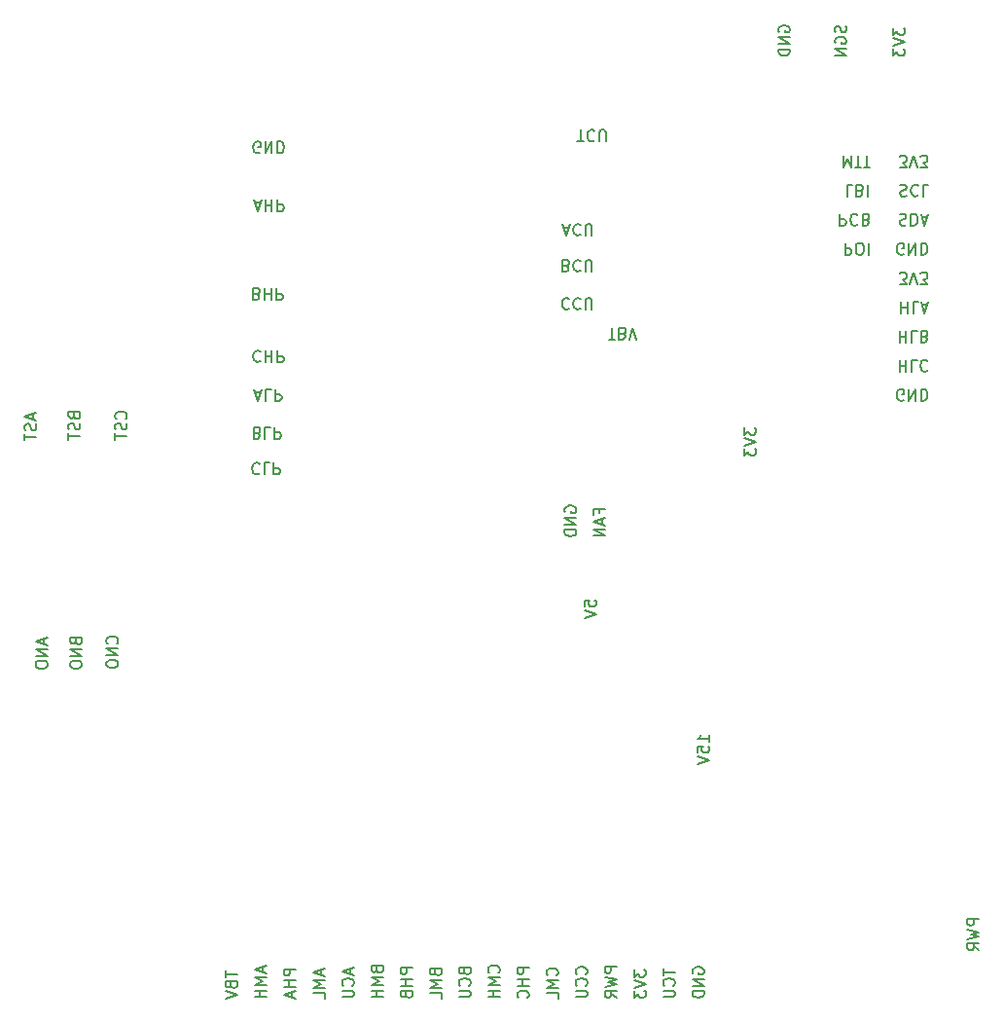
<source format=gbr>
G04 #@! TF.GenerationSoftware,KiCad,Pcbnew,(5.1.5)-3*
G04 #@! TF.CreationDate,2021-09-15T23:35:39+03:00*
G04 #@! TF.ProjectId,PowerPCB,506f7765-7250-4434-922e-6b696361645f,3 Under Design*
G04 #@! TF.SameCoordinates,PX6dac2c0PY8583b00*
G04 #@! TF.FileFunction,Legend,Bot*
G04 #@! TF.FilePolarity,Positive*
%FSLAX46Y46*%
G04 Gerber Fmt 4.6, Leading zero omitted, Abs format (unit mm)*
G04 Created by KiCad (PCBNEW (5.1.5)-3) date 2021-09-15 23:35:39*
%MOMM*%
%LPD*%
G04 APERTURE LIST*
%ADD10C,0.150000*%
G04 APERTURE END LIST*
D10*
X205579285Y59253500D02*
X205484047Y59205881D01*
X205341190Y59205881D01*
X205198333Y59253500D01*
X205103095Y59348739D01*
X205055476Y59443977D01*
X205007857Y59634453D01*
X205007857Y59777310D01*
X205055476Y59967786D01*
X205103095Y60063024D01*
X205198333Y60158262D01*
X205341190Y60205881D01*
X205436428Y60205881D01*
X205579285Y60158262D01*
X205626904Y60110643D01*
X205626904Y59777310D01*
X205436428Y59777310D01*
X206055476Y60205881D02*
X206055476Y59205881D01*
X206626904Y60205881D01*
X206626904Y59205881D01*
X207103095Y60205881D02*
X207103095Y59205881D01*
X207341190Y59205881D01*
X207484047Y59253500D01*
X207579285Y59348739D01*
X207626904Y59443977D01*
X207674523Y59634453D01*
X207674523Y59777310D01*
X207626904Y59967786D01*
X207579285Y60063024D01*
X207484047Y60158262D01*
X207341190Y60205881D01*
X207103095Y60205881D01*
X201150071Y77985881D02*
X200673880Y77985881D01*
X200673880Y76985881D01*
X201816738Y77462072D02*
X201959595Y77509691D01*
X202007214Y77557310D01*
X202054833Y77652548D01*
X202054833Y77795405D01*
X202007214Y77890643D01*
X201959595Y77938262D01*
X201864357Y77985881D01*
X201483404Y77985881D01*
X201483404Y76985881D01*
X201816738Y76985881D01*
X201911976Y77033500D01*
X201959595Y77081120D01*
X202007214Y77176358D01*
X202007214Y77271596D01*
X201959595Y77366834D01*
X201911976Y77414453D01*
X201816738Y77462072D01*
X201483404Y77462072D01*
X202483404Y77985881D02*
X202483404Y76985881D01*
X200023095Y75445881D02*
X200023095Y74445881D01*
X200404047Y74445881D01*
X200499285Y74493500D01*
X200546904Y74541120D01*
X200594523Y74636358D01*
X200594523Y74779215D01*
X200546904Y74874453D01*
X200499285Y74922072D01*
X200404047Y74969691D01*
X200023095Y74969691D01*
X201594523Y75350643D02*
X201546904Y75398262D01*
X201404047Y75445881D01*
X201308809Y75445881D01*
X201165952Y75398262D01*
X201070714Y75303024D01*
X201023095Y75207786D01*
X200975476Y75017310D01*
X200975476Y74874453D01*
X201023095Y74683977D01*
X201070714Y74588739D01*
X201165952Y74493500D01*
X201308809Y74445881D01*
X201404047Y74445881D01*
X201546904Y74493500D01*
X201594523Y74541120D01*
X202356428Y74922072D02*
X202499285Y74969691D01*
X202546904Y75017310D01*
X202594523Y75112548D01*
X202594523Y75255405D01*
X202546904Y75350643D01*
X202499285Y75398262D01*
X202404047Y75445881D01*
X202023095Y75445881D01*
X202023095Y74445881D01*
X202356428Y74445881D01*
X202451666Y74493500D01*
X202499285Y74541120D01*
X202546904Y74636358D01*
X202546904Y74731596D01*
X202499285Y74826834D01*
X202451666Y74874453D01*
X202356428Y74922072D01*
X202023095Y74922072D01*
X205245952Y62745881D02*
X205245952Y61745881D01*
X205245952Y62222072D02*
X205817380Y62222072D01*
X205817380Y62745881D02*
X205817380Y61745881D01*
X206769761Y62745881D02*
X206293571Y62745881D01*
X206293571Y61745881D01*
X207674523Y62650643D02*
X207626904Y62698262D01*
X207484047Y62745881D01*
X207388809Y62745881D01*
X207245952Y62698262D01*
X207150714Y62603024D01*
X207103095Y62507786D01*
X207055476Y62317310D01*
X207055476Y62174453D01*
X207103095Y61983977D01*
X207150714Y61888739D01*
X207245952Y61793500D01*
X207388809Y61745881D01*
X207484047Y61745881D01*
X207626904Y61793500D01*
X207674523Y61841120D01*
X200499285Y72905881D02*
X200499285Y71905881D01*
X200880238Y71905881D01*
X200975476Y71953500D01*
X201023095Y72001120D01*
X201070714Y72096358D01*
X201070714Y72239215D01*
X201023095Y72334453D01*
X200975476Y72382072D01*
X200880238Y72429691D01*
X200499285Y72429691D01*
X201689761Y71905881D02*
X201880238Y71905881D01*
X201975476Y71953500D01*
X202070714Y72048739D01*
X202118333Y72239215D01*
X202118333Y72572548D01*
X202070714Y72763024D01*
X201975476Y72858262D01*
X201880238Y72905881D01*
X201689761Y72905881D01*
X201594523Y72858262D01*
X201499285Y72763024D01*
X201451666Y72572548D01*
X201451666Y72239215D01*
X201499285Y72048739D01*
X201594523Y71953500D01*
X201689761Y71905881D01*
X202546904Y72905881D02*
X202546904Y71905881D01*
X205245952Y65285881D02*
X205245952Y64285881D01*
X205245952Y64762072D02*
X205817380Y64762072D01*
X205817380Y65285881D02*
X205817380Y64285881D01*
X206769761Y65285881D02*
X206293571Y65285881D01*
X206293571Y64285881D01*
X207436428Y64762072D02*
X207579285Y64809691D01*
X207626904Y64857310D01*
X207674523Y64952548D01*
X207674523Y65095405D01*
X207626904Y65190643D01*
X207579285Y65238262D01*
X207484047Y65285881D01*
X207103095Y65285881D01*
X207103095Y64285881D01*
X207436428Y64285881D01*
X207531666Y64333500D01*
X207579285Y64381120D01*
X207626904Y64476358D01*
X207626904Y64571596D01*
X207579285Y64666834D01*
X207531666Y64714453D01*
X207436428Y64762072D01*
X207103095Y64762072D01*
X205245952Y69365881D02*
X205865000Y69365881D01*
X205531666Y69746834D01*
X205674523Y69746834D01*
X205769761Y69794453D01*
X205817380Y69842072D01*
X205865000Y69937310D01*
X205865000Y70175405D01*
X205817380Y70270643D01*
X205769761Y70318262D01*
X205674523Y70365881D01*
X205388809Y70365881D01*
X205293571Y70318262D01*
X205245952Y70270643D01*
X206150714Y69365881D02*
X206484047Y70365881D01*
X206817380Y69365881D01*
X207055476Y69365881D02*
X207674523Y69365881D01*
X207341190Y69746834D01*
X207484047Y69746834D01*
X207579285Y69794453D01*
X207626904Y69842072D01*
X207674523Y69937310D01*
X207674523Y70175405D01*
X207626904Y70270643D01*
X207579285Y70318262D01*
X207484047Y70365881D01*
X207198333Y70365881D01*
X207103095Y70318262D01*
X207055476Y70270643D01*
X205579285Y71953500D02*
X205484047Y71905881D01*
X205341190Y71905881D01*
X205198333Y71953500D01*
X205103095Y72048739D01*
X205055476Y72143977D01*
X205007857Y72334453D01*
X205007857Y72477310D01*
X205055476Y72667786D01*
X205103095Y72763024D01*
X205198333Y72858262D01*
X205341190Y72905881D01*
X205436428Y72905881D01*
X205579285Y72858262D01*
X205626904Y72810643D01*
X205626904Y72477310D01*
X205436428Y72477310D01*
X206055476Y72905881D02*
X206055476Y71905881D01*
X206626904Y72905881D01*
X206626904Y71905881D01*
X207103095Y72905881D02*
X207103095Y71905881D01*
X207341190Y71905881D01*
X207484047Y71953500D01*
X207579285Y72048739D01*
X207626904Y72143977D01*
X207674523Y72334453D01*
X207674523Y72477310D01*
X207626904Y72667786D01*
X207579285Y72763024D01*
X207484047Y72858262D01*
X207341190Y72905881D01*
X207103095Y72905881D01*
X205245952Y75398262D02*
X205388809Y75445881D01*
X205626904Y75445881D01*
X205722142Y75398262D01*
X205769761Y75350643D01*
X205817380Y75255405D01*
X205817380Y75160167D01*
X205769761Y75064929D01*
X205722142Y75017310D01*
X205626904Y74969691D01*
X205436428Y74922072D01*
X205341190Y74874453D01*
X205293571Y74826834D01*
X205245952Y74731596D01*
X205245952Y74636358D01*
X205293571Y74541120D01*
X205341190Y74493500D01*
X205436428Y74445881D01*
X205674523Y74445881D01*
X205817380Y74493500D01*
X206245952Y75445881D02*
X206245952Y74445881D01*
X206484047Y74445881D01*
X206626904Y74493500D01*
X206722142Y74588739D01*
X206769761Y74683977D01*
X206817380Y74874453D01*
X206817380Y75017310D01*
X206769761Y75207786D01*
X206722142Y75303024D01*
X206626904Y75398262D01*
X206484047Y75445881D01*
X206245952Y75445881D01*
X207198333Y75160167D02*
X207674523Y75160167D01*
X207103095Y75445881D02*
X207436428Y74445881D01*
X207769761Y75445881D01*
X205245952Y79525881D02*
X205865000Y79525881D01*
X205531666Y79906834D01*
X205674523Y79906834D01*
X205769761Y79954453D01*
X205817380Y80002072D01*
X205865000Y80097310D01*
X205865000Y80335405D01*
X205817380Y80430643D01*
X205769761Y80478262D01*
X205674523Y80525881D01*
X205388809Y80525881D01*
X205293571Y80478262D01*
X205245952Y80430643D01*
X206150714Y79525881D02*
X206484047Y80525881D01*
X206817380Y79525881D01*
X207055476Y79525881D02*
X207674523Y79525881D01*
X207341190Y79906834D01*
X207484047Y79906834D01*
X207579285Y79954453D01*
X207626904Y80002072D01*
X207674523Y80097310D01*
X207674523Y80335405D01*
X207626904Y80430643D01*
X207579285Y80478262D01*
X207484047Y80525881D01*
X207198333Y80525881D01*
X207103095Y80478262D01*
X207055476Y80430643D01*
X200356428Y80525881D02*
X200356428Y79525881D01*
X200689761Y80240167D01*
X201023095Y79525881D01*
X201023095Y80525881D01*
X201356428Y79525881D02*
X201927857Y79525881D01*
X201642142Y80525881D02*
X201642142Y79525881D01*
X202118333Y79525881D02*
X202689761Y79525881D01*
X202404047Y80525881D02*
X202404047Y79525881D01*
X149572285Y80780000D02*
X149477047Y80732381D01*
X149334190Y80732381D01*
X149191333Y80780000D01*
X149096095Y80875239D01*
X149048476Y80970477D01*
X149000857Y81160953D01*
X149000857Y81303810D01*
X149048476Y81494286D01*
X149096095Y81589524D01*
X149191333Y81684762D01*
X149334190Y81732381D01*
X149429428Y81732381D01*
X149572285Y81684762D01*
X149619904Y81637143D01*
X149619904Y81303810D01*
X149429428Y81303810D01*
X150048476Y81732381D02*
X150048476Y80732381D01*
X150619904Y81732381D01*
X150619904Y80732381D01*
X151096095Y81732381D02*
X151096095Y80732381D01*
X151334190Y80732381D01*
X151477047Y80780000D01*
X151572285Y80875239D01*
X151619904Y80970477D01*
X151667523Y81160953D01*
X151667523Y81303810D01*
X151619904Y81494286D01*
X151572285Y81589524D01*
X151477047Y81684762D01*
X151334190Y81732381D01*
X151096095Y81732381D01*
X149143714Y76430167D02*
X149619904Y76430167D01*
X149048476Y76715881D02*
X149381809Y75715881D01*
X149715142Y76715881D01*
X150048476Y76715881D02*
X150048476Y75715881D01*
X150048476Y76192072D02*
X150619904Y76192072D01*
X150619904Y76715881D02*
X150619904Y75715881D01*
X151096095Y76715881D02*
X151096095Y75715881D01*
X151477047Y75715881D01*
X151572285Y75763500D01*
X151619904Y75811120D01*
X151667523Y75906358D01*
X151667523Y76049215D01*
X151619904Y76144453D01*
X151572285Y76192072D01*
X151477047Y76239691D01*
X151096095Y76239691D01*
X205388809Y67825881D02*
X205388809Y66825881D01*
X205388809Y67302072D02*
X205960238Y67302072D01*
X205960238Y67825881D02*
X205960238Y66825881D01*
X206912619Y67825881D02*
X206436428Y67825881D01*
X206436428Y66825881D01*
X207198333Y67540167D02*
X207674523Y67540167D01*
X207103095Y67825881D02*
X207436428Y66825881D01*
X207769761Y67825881D01*
X149318309Y68445072D02*
X149461166Y68492691D01*
X149508785Y68540310D01*
X149556404Y68635548D01*
X149556404Y68778405D01*
X149508785Y68873643D01*
X149461166Y68921262D01*
X149365928Y68968881D01*
X148984976Y68968881D01*
X148984976Y67968881D01*
X149318309Y67968881D01*
X149413547Y68016500D01*
X149461166Y68064120D01*
X149508785Y68159358D01*
X149508785Y68254596D01*
X149461166Y68349834D01*
X149413547Y68397453D01*
X149318309Y68445072D01*
X148984976Y68445072D01*
X149984976Y68968881D02*
X149984976Y67968881D01*
X149984976Y68445072D02*
X150556404Y68445072D01*
X150556404Y68968881D02*
X150556404Y67968881D01*
X151032595Y68968881D02*
X151032595Y67968881D01*
X151413547Y67968881D01*
X151508785Y68016500D01*
X151556404Y68064120D01*
X151604023Y68159358D01*
X151604023Y68302215D01*
X151556404Y68397453D01*
X151508785Y68445072D01*
X151413547Y68492691D01*
X151032595Y68492691D01*
X149619904Y63476143D02*
X149572285Y63523762D01*
X149429428Y63571381D01*
X149334190Y63571381D01*
X149191333Y63523762D01*
X149096095Y63428524D01*
X149048476Y63333286D01*
X149000857Y63142810D01*
X149000857Y62999953D01*
X149048476Y62809477D01*
X149096095Y62714239D01*
X149191333Y62619000D01*
X149334190Y62571381D01*
X149429428Y62571381D01*
X149572285Y62619000D01*
X149619904Y62666620D01*
X150048476Y63571381D02*
X150048476Y62571381D01*
X150048476Y63047572D02*
X150619904Y63047572D01*
X150619904Y63571381D02*
X150619904Y62571381D01*
X151096095Y63571381D02*
X151096095Y62571381D01*
X151477047Y62571381D01*
X151572285Y62619000D01*
X151619904Y62666620D01*
X151667523Y62761858D01*
X151667523Y62904715D01*
X151619904Y62999953D01*
X151572285Y63047572D01*
X151477047Y63095191D01*
X151096095Y63095191D01*
X149191309Y59920167D02*
X149667500Y59920167D01*
X149096071Y60205881D02*
X149429404Y59205881D01*
X149762738Y60205881D01*
X150572261Y60205881D02*
X150096071Y60205881D01*
X150096071Y59205881D01*
X150905595Y60205881D02*
X150905595Y59205881D01*
X151286547Y59205881D01*
X151381785Y59253500D01*
X151429404Y59301120D01*
X151477023Y59396358D01*
X151477023Y59539215D01*
X151429404Y59634453D01*
X151381785Y59682072D01*
X151286547Y59729691D01*
X150905595Y59729691D01*
X149365904Y56380072D02*
X149508761Y56427691D01*
X149556380Y56475310D01*
X149604000Y56570548D01*
X149604000Y56713405D01*
X149556380Y56808643D01*
X149508761Y56856262D01*
X149413523Y56903881D01*
X149032571Y56903881D01*
X149032571Y55903881D01*
X149365904Y55903881D01*
X149461142Y55951500D01*
X149508761Y55999120D01*
X149556380Y56094358D01*
X149556380Y56189596D01*
X149508761Y56284834D01*
X149461142Y56332453D01*
X149365904Y56380072D01*
X149032571Y56380072D01*
X150508761Y56903881D02*
X150032571Y56903881D01*
X150032571Y55903881D01*
X150842095Y56903881D02*
X150842095Y55903881D01*
X151223047Y55903881D01*
X151318285Y55951500D01*
X151365904Y55999120D01*
X151413523Y56094358D01*
X151413523Y56237215D01*
X151365904Y56332453D01*
X151318285Y56380072D01*
X151223047Y56427691D01*
X150842095Y56427691D01*
X205293571Y77938262D02*
X205436428Y77985881D01*
X205674523Y77985881D01*
X205769761Y77938262D01*
X205817380Y77890643D01*
X205865000Y77795405D01*
X205865000Y77700167D01*
X205817380Y77604929D01*
X205769761Y77557310D01*
X205674523Y77509691D01*
X205484047Y77462072D01*
X205388809Y77414453D01*
X205341190Y77366834D01*
X205293571Y77271596D01*
X205293571Y77176358D01*
X205341190Y77081120D01*
X205388809Y77033500D01*
X205484047Y76985881D01*
X205722142Y76985881D01*
X205865000Y77033500D01*
X206865000Y77890643D02*
X206817380Y77938262D01*
X206674523Y77985881D01*
X206579285Y77985881D01*
X206436428Y77938262D01*
X206341190Y77843024D01*
X206293571Y77747786D01*
X206245952Y77557310D01*
X206245952Y77414453D01*
X206293571Y77223977D01*
X206341190Y77128739D01*
X206436428Y77033500D01*
X206579285Y76985881D01*
X206674523Y76985881D01*
X206817380Y77033500D01*
X206865000Y77081120D01*
X207769761Y77985881D02*
X207293571Y77985881D01*
X207293571Y76985881D01*
X157456166Y9796786D02*
X157456166Y9320596D01*
X157741880Y9892024D02*
X156741880Y9558691D01*
X157741880Y9225358D01*
X157646642Y8320596D02*
X157694261Y8368215D01*
X157741880Y8511072D01*
X157741880Y8606310D01*
X157694261Y8749167D01*
X157599023Y8844405D01*
X157503785Y8892024D01*
X157313309Y8939643D01*
X157170452Y8939643D01*
X156979976Y8892024D01*
X156884738Y8844405D01*
X156789500Y8749167D01*
X156741880Y8606310D01*
X156741880Y8511072D01*
X156789500Y8368215D01*
X156837119Y8320596D01*
X156741880Y7892024D02*
X157551404Y7892024D01*
X157646642Y7844405D01*
X157694261Y7796786D01*
X157741880Y7701548D01*
X157741880Y7511072D01*
X157694261Y7415834D01*
X157646642Y7368215D01*
X157551404Y7320596D01*
X156741880Y7320596D01*
X184681880Y9796786D02*
X184681880Y9225358D01*
X185681880Y9511072D02*
X184681880Y9511072D01*
X185586642Y8320596D02*
X185634261Y8368215D01*
X185681880Y8511072D01*
X185681880Y8606310D01*
X185634261Y8749167D01*
X185539023Y8844405D01*
X185443785Y8892024D01*
X185253309Y8939643D01*
X185110452Y8939643D01*
X184919976Y8892024D01*
X184824738Y8844405D01*
X184729500Y8749167D01*
X184681880Y8606310D01*
X184681880Y8511072D01*
X184729500Y8368215D01*
X184777119Y8320596D01*
X184681880Y7892024D02*
X185491404Y7892024D01*
X185586642Y7844405D01*
X185634261Y7796786D01*
X185681880Y7701548D01*
X185681880Y7511072D01*
X185634261Y7415834D01*
X185586642Y7368215D01*
X185491404Y7320596D01*
X184681880Y7320596D01*
X170346642Y9463453D02*
X170394261Y9511072D01*
X170441880Y9653929D01*
X170441880Y9749167D01*
X170394261Y9892024D01*
X170299023Y9987262D01*
X170203785Y10034881D01*
X170013309Y10082500D01*
X169870452Y10082500D01*
X169679976Y10034881D01*
X169584738Y9987262D01*
X169489500Y9892024D01*
X169441880Y9749167D01*
X169441880Y9653929D01*
X169489500Y9511072D01*
X169537119Y9463453D01*
X170441880Y9034881D02*
X169441880Y9034881D01*
X170156166Y8701548D01*
X169441880Y8368215D01*
X170441880Y8368215D01*
X170441880Y7892024D02*
X169441880Y7892024D01*
X169918071Y7892024D02*
X169918071Y7320596D01*
X170441880Y7320596D02*
X169441880Y7320596D01*
X154916166Y9701548D02*
X154916166Y9225358D01*
X155201880Y9796786D02*
X154201880Y9463453D01*
X155201880Y9130120D01*
X155201880Y8796786D02*
X154201880Y8796786D01*
X154916166Y8463453D01*
X154201880Y8130120D01*
X155201880Y8130120D01*
X155201880Y7177739D02*
X155201880Y7653929D01*
X154201880Y7653929D01*
X182141880Y9701548D02*
X182141880Y9082500D01*
X182522833Y9415834D01*
X182522833Y9272977D01*
X182570452Y9177739D01*
X182618071Y9130120D01*
X182713309Y9082500D01*
X182951404Y9082500D01*
X183046642Y9130120D01*
X183094261Y9177739D01*
X183141880Y9272977D01*
X183141880Y9558691D01*
X183094261Y9653929D01*
X183046642Y9701548D01*
X182141880Y8796786D02*
X183141880Y8463453D01*
X182141880Y8130120D01*
X182141880Y7892024D02*
X182141880Y7272977D01*
X182522833Y7606310D01*
X182522833Y7463453D01*
X182570452Y7368215D01*
X182618071Y7320596D01*
X182713309Y7272977D01*
X182951404Y7272977D01*
X183046642Y7320596D01*
X183094261Y7368215D01*
X183141880Y7463453D01*
X183141880Y7749167D01*
X183094261Y7844405D01*
X183046642Y7892024D01*
X176004214Y74271167D02*
X176480404Y74271167D01*
X175908976Y74556881D02*
X176242309Y73556881D01*
X176575642Y74556881D01*
X177480404Y74461643D02*
X177432785Y74509262D01*
X177289928Y74556881D01*
X177194690Y74556881D01*
X177051833Y74509262D01*
X176956595Y74414024D01*
X176908976Y74318786D01*
X176861357Y74128310D01*
X176861357Y73985453D01*
X176908976Y73794977D01*
X176956595Y73699739D01*
X177051833Y73604500D01*
X177194690Y73556881D01*
X177289928Y73556881D01*
X177432785Y73604500D01*
X177480404Y73652120D01*
X177908976Y73556881D02*
X177908976Y74366405D01*
X177956595Y74461643D01*
X178004214Y74509262D01*
X178099452Y74556881D01*
X178289928Y74556881D01*
X178385166Y74509262D01*
X178432785Y74461643D01*
X178480404Y74366405D01*
X178480404Y73556881D01*
X133405571Y57866358D02*
X133453190Y57723500D01*
X133500809Y57675881D01*
X133596047Y57628262D01*
X133738904Y57628262D01*
X133834142Y57675881D01*
X133881761Y57723500D01*
X133929380Y57818739D01*
X133929380Y58199691D01*
X132929380Y58199691D01*
X132929380Y57866358D01*
X132977000Y57771120D01*
X133024619Y57723500D01*
X133119857Y57675881D01*
X133215095Y57675881D01*
X133310333Y57723500D01*
X133357952Y57771120D01*
X133405571Y57866358D01*
X133405571Y58199691D01*
X133881761Y57247310D02*
X133929380Y57104453D01*
X133929380Y56866358D01*
X133881761Y56771120D01*
X133834142Y56723500D01*
X133738904Y56675881D01*
X133643666Y56675881D01*
X133548428Y56723500D01*
X133500809Y56771120D01*
X133453190Y56866358D01*
X133405571Y57056834D01*
X133357952Y57152072D01*
X133310333Y57199691D01*
X133215095Y57247310D01*
X133119857Y57247310D01*
X133024619Y57199691D01*
X132977000Y57152072D01*
X132929380Y57056834D01*
X132929380Y56818739D01*
X132977000Y56675881D01*
X132929380Y56390167D02*
X132929380Y55818739D01*
X133929380Y56104453D02*
X132929380Y56104453D01*
X137898142Y57628262D02*
X137945761Y57675881D01*
X137993380Y57818739D01*
X137993380Y57913977D01*
X137945761Y58056834D01*
X137850523Y58152072D01*
X137755285Y58199691D01*
X137564809Y58247310D01*
X137421952Y58247310D01*
X137231476Y58199691D01*
X137136238Y58152072D01*
X137041000Y58056834D01*
X136993380Y57913977D01*
X136993380Y57818739D01*
X137041000Y57675881D01*
X137088619Y57628262D01*
X137945761Y57247310D02*
X137993380Y57104453D01*
X137993380Y56866358D01*
X137945761Y56771120D01*
X137898142Y56723500D01*
X137802904Y56675881D01*
X137707666Y56675881D01*
X137612428Y56723500D01*
X137564809Y56771120D01*
X137517190Y56866358D01*
X137469571Y57056834D01*
X137421952Y57152072D01*
X137374333Y57199691D01*
X137279095Y57247310D01*
X137183857Y57247310D01*
X137088619Y57199691D01*
X137041000Y57152072D01*
X136993380Y57056834D01*
X136993380Y56818739D01*
X137041000Y56675881D01*
X136993380Y56390167D02*
X136993380Y55818739D01*
X137993380Y56104453D02*
X136993380Y56104453D01*
X159758071Y9701548D02*
X159805690Y9558691D01*
X159853309Y9511072D01*
X159948547Y9463453D01*
X160091404Y9463453D01*
X160186642Y9511072D01*
X160234261Y9558691D01*
X160281880Y9653929D01*
X160281880Y10034881D01*
X159281880Y10034881D01*
X159281880Y9701548D01*
X159329500Y9606310D01*
X159377119Y9558691D01*
X159472357Y9511072D01*
X159567595Y9511072D01*
X159662833Y9558691D01*
X159710452Y9606310D01*
X159758071Y9701548D01*
X159758071Y10034881D01*
X160281880Y9034881D02*
X159281880Y9034881D01*
X159996166Y8701548D01*
X159281880Y8368215D01*
X160281880Y8368215D01*
X160281880Y7892024D02*
X159281880Y7892024D01*
X159758071Y7892024D02*
X159758071Y7320596D01*
X160281880Y7320596D02*
X159281880Y7320596D01*
X146581880Y9606310D02*
X146581880Y9034881D01*
X147581880Y9320596D02*
X146581880Y9320596D01*
X147058071Y8368215D02*
X147105690Y8225358D01*
X147153309Y8177739D01*
X147248547Y8130120D01*
X147391404Y8130120D01*
X147486642Y8177739D01*
X147534261Y8225358D01*
X147581880Y8320596D01*
X147581880Y8701548D01*
X146581880Y8701548D01*
X146581880Y8368215D01*
X146629500Y8272977D01*
X146677119Y8225358D01*
X146772357Y8177739D01*
X146867595Y8177739D01*
X146962833Y8225358D01*
X147010452Y8272977D01*
X147058071Y8368215D01*
X147058071Y8701548D01*
X146581880Y7844405D02*
X147581880Y7511072D01*
X146581880Y7177739D01*
X200556761Y91807024D02*
X200604380Y91664167D01*
X200604380Y91426072D01*
X200556761Y91330834D01*
X200509142Y91283215D01*
X200413904Y91235596D01*
X200318666Y91235596D01*
X200223428Y91283215D01*
X200175809Y91330834D01*
X200128190Y91426072D01*
X200080571Y91616548D01*
X200032952Y91711786D01*
X199985333Y91759405D01*
X199890095Y91807024D01*
X199794857Y91807024D01*
X199699619Y91759405D01*
X199652000Y91711786D01*
X199604380Y91616548D01*
X199604380Y91378453D01*
X199652000Y91235596D01*
X199652000Y90283215D02*
X199604380Y90378453D01*
X199604380Y90521310D01*
X199652000Y90664167D01*
X199747238Y90759405D01*
X199842476Y90807024D01*
X200032952Y90854643D01*
X200175809Y90854643D01*
X200366285Y90807024D01*
X200461523Y90759405D01*
X200556761Y90664167D01*
X200604380Y90521310D01*
X200604380Y90426072D01*
X200556761Y90283215D01*
X200509142Y90235596D01*
X200175809Y90235596D01*
X200175809Y90426072D01*
X200604380Y89807024D02*
X199604380Y89807024D01*
X200604380Y89235596D01*
X199604380Y89235596D01*
X188666380Y29529500D02*
X188666380Y30100929D01*
X188666380Y29815215D02*
X187666380Y29815215D01*
X187809238Y29910453D01*
X187904476Y30005691D01*
X187952095Y30100929D01*
X187666380Y28624739D02*
X187666380Y29100929D01*
X188142571Y29148548D01*
X188094952Y29100929D01*
X188047333Y29005691D01*
X188047333Y28767596D01*
X188094952Y28672358D01*
X188142571Y28624739D01*
X188237809Y28577120D01*
X188475904Y28577120D01*
X188571142Y28624739D01*
X188618761Y28672358D01*
X188666380Y28767596D01*
X188666380Y29005691D01*
X188618761Y29100929D01*
X188571142Y29148548D01*
X187666380Y28291405D02*
X188666380Y27958072D01*
X187666380Y27624739D01*
X177210714Y81748381D02*
X177782142Y81748381D01*
X177496428Y82748381D02*
X177496428Y81748381D01*
X178686904Y82653143D02*
X178639285Y82700762D01*
X178496428Y82748381D01*
X178401190Y82748381D01*
X178258333Y82700762D01*
X178163095Y82605524D01*
X178115476Y82510286D01*
X178067857Y82319810D01*
X178067857Y82176953D01*
X178115476Y81986477D01*
X178163095Y81891239D01*
X178258333Y81796000D01*
X178401190Y81748381D01*
X178496428Y81748381D01*
X178639285Y81796000D01*
X178686904Y81843620D01*
X179115476Y81748381D02*
X179115476Y82557905D01*
X179163095Y82653143D01*
X179210714Y82700762D01*
X179305952Y82748381D01*
X179496428Y82748381D01*
X179591666Y82700762D01*
X179639285Y82653143D01*
X179686904Y82557905D01*
X179686904Y81748381D01*
X176157000Y49500215D02*
X176109380Y49595453D01*
X176109380Y49738310D01*
X176157000Y49881167D01*
X176252238Y49976405D01*
X176347476Y50024024D01*
X176537952Y50071643D01*
X176680809Y50071643D01*
X176871285Y50024024D01*
X176966523Y49976405D01*
X177061761Y49881167D01*
X177109380Y49738310D01*
X177109380Y49643072D01*
X177061761Y49500215D01*
X177014142Y49452596D01*
X176680809Y49452596D01*
X176680809Y49643072D01*
X177109380Y49024024D02*
X176109380Y49024024D01*
X177109380Y48452596D01*
X176109380Y48452596D01*
X177109380Y47976405D02*
X176109380Y47976405D01*
X176109380Y47738310D01*
X176157000Y47595453D01*
X176252238Y47500215D01*
X176347476Y47452596D01*
X176537952Y47404977D01*
X176680809Y47404977D01*
X176871285Y47452596D01*
X176966523Y47500215D01*
X177061761Y47595453D01*
X177109380Y47738310D01*
X177109380Y47976405D01*
X176242309Y70921572D02*
X176385166Y70969191D01*
X176432785Y71016810D01*
X176480404Y71112048D01*
X176480404Y71254905D01*
X176432785Y71350143D01*
X176385166Y71397762D01*
X176289928Y71445381D01*
X175908976Y71445381D01*
X175908976Y70445381D01*
X176242309Y70445381D01*
X176337547Y70493000D01*
X176385166Y70540620D01*
X176432785Y70635858D01*
X176432785Y70731096D01*
X176385166Y70826334D01*
X176337547Y70873953D01*
X176242309Y70921572D01*
X175908976Y70921572D01*
X177480404Y71350143D02*
X177432785Y71397762D01*
X177289928Y71445381D01*
X177194690Y71445381D01*
X177051833Y71397762D01*
X176956595Y71302524D01*
X176908976Y71207286D01*
X176861357Y71016810D01*
X176861357Y70873953D01*
X176908976Y70683477D01*
X176956595Y70588239D01*
X177051833Y70493000D01*
X177194690Y70445381D01*
X177289928Y70445381D01*
X177432785Y70493000D01*
X177480404Y70540620D01*
X177908976Y70445381D02*
X177908976Y71254905D01*
X177956595Y71350143D01*
X178004214Y71397762D01*
X178099452Y71445381D01*
X178289928Y71445381D01*
X178385166Y71397762D01*
X178432785Y71350143D01*
X178480404Y71254905D01*
X178480404Y70445381D01*
X179125571Y49404977D02*
X179125571Y49738310D01*
X179649380Y49738310D02*
X178649380Y49738310D01*
X178649380Y49262120D01*
X179363666Y48928786D02*
X179363666Y48452596D01*
X179649380Y49024024D02*
X178649380Y48690691D01*
X179649380Y48357358D01*
X179649380Y48024024D02*
X178649380Y48024024D01*
X179649380Y47452596D01*
X178649380Y47452596D01*
X179941190Y64539881D02*
X180512619Y64539881D01*
X180226904Y65539881D02*
X180226904Y64539881D01*
X181179285Y65016072D02*
X181322142Y65063691D01*
X181369761Y65111310D01*
X181417380Y65206548D01*
X181417380Y65349405D01*
X181369761Y65444643D01*
X181322142Y65492262D01*
X181226904Y65539881D01*
X180845952Y65539881D01*
X180845952Y64539881D01*
X181179285Y64539881D01*
X181274523Y64587500D01*
X181322142Y64635120D01*
X181369761Y64730358D01*
X181369761Y64825596D01*
X181322142Y64920834D01*
X181274523Y64968453D01*
X181179285Y65016072D01*
X180845952Y65016072D01*
X181703095Y64539881D02*
X182036428Y65539881D01*
X182369761Y64539881D01*
X176480404Y68048143D02*
X176432785Y68095762D01*
X176289928Y68143381D01*
X176194690Y68143381D01*
X176051833Y68095762D01*
X175956595Y68000524D01*
X175908976Y67905286D01*
X175861357Y67714810D01*
X175861357Y67571953D01*
X175908976Y67381477D01*
X175956595Y67286239D01*
X176051833Y67191000D01*
X176194690Y67143381D01*
X176289928Y67143381D01*
X176432785Y67191000D01*
X176480404Y67238620D01*
X177480404Y68048143D02*
X177432785Y68095762D01*
X177289928Y68143381D01*
X177194690Y68143381D01*
X177051833Y68095762D01*
X176956595Y68000524D01*
X176908976Y67905286D01*
X176861357Y67714810D01*
X176861357Y67571953D01*
X176908976Y67381477D01*
X176956595Y67286239D01*
X177051833Y67191000D01*
X177194690Y67143381D01*
X177289928Y67143381D01*
X177432785Y67191000D01*
X177480404Y67238620D01*
X177908976Y67143381D02*
X177908976Y67952905D01*
X177956595Y68048143D01*
X178004214Y68095762D01*
X178099452Y68143381D01*
X178289928Y68143381D01*
X178385166Y68095762D01*
X178432785Y68048143D01*
X178480404Y67952905D01*
X178480404Y67143381D01*
X167378071Y9558691D02*
X167425690Y9415834D01*
X167473309Y9368215D01*
X167568547Y9320596D01*
X167711404Y9320596D01*
X167806642Y9368215D01*
X167854261Y9415834D01*
X167901880Y9511072D01*
X167901880Y9892024D01*
X166901880Y9892024D01*
X166901880Y9558691D01*
X166949500Y9463453D01*
X166997119Y9415834D01*
X167092357Y9368215D01*
X167187595Y9368215D01*
X167282833Y9415834D01*
X167330452Y9463453D01*
X167378071Y9558691D01*
X167378071Y9892024D01*
X167806642Y8320596D02*
X167854261Y8368215D01*
X167901880Y8511072D01*
X167901880Y8606310D01*
X167854261Y8749167D01*
X167759023Y8844405D01*
X167663785Y8892024D01*
X167473309Y8939643D01*
X167330452Y8939643D01*
X167139976Y8892024D01*
X167044738Y8844405D01*
X166949500Y8749167D01*
X166901880Y8606310D01*
X166901880Y8511072D01*
X166949500Y8368215D01*
X166997119Y8320596D01*
X166901880Y7892024D02*
X167711404Y7892024D01*
X167806642Y7844405D01*
X167854261Y7796786D01*
X167901880Y7701548D01*
X167901880Y7511072D01*
X167854261Y7415834D01*
X167806642Y7368215D01*
X167711404Y7320596D01*
X166901880Y7320596D01*
X191730380Y56864096D02*
X191730380Y56245048D01*
X192111333Y56578381D01*
X192111333Y56435524D01*
X192158952Y56340286D01*
X192206571Y56292667D01*
X192301809Y56245048D01*
X192539904Y56245048D01*
X192635142Y56292667D01*
X192682761Y56340286D01*
X192730380Y56435524D01*
X192730380Y56721239D01*
X192682761Y56816477D01*
X192635142Y56864096D01*
X191730380Y55959334D02*
X192730380Y55626000D01*
X191730380Y55292667D01*
X191730380Y55054572D02*
X191730380Y54435524D01*
X192111333Y54768858D01*
X192111333Y54626000D01*
X192158952Y54530762D01*
X192206571Y54483143D01*
X192301809Y54435524D01*
X192539904Y54435524D01*
X192635142Y54483143D01*
X192682761Y54530762D01*
X192730380Y54626000D01*
X192730380Y54911715D01*
X192682761Y55006953D01*
X192635142Y55054572D01*
X177823880Y41324739D02*
X177823880Y41800929D01*
X178300071Y41848548D01*
X178252452Y41800929D01*
X178204833Y41705691D01*
X178204833Y41467596D01*
X178252452Y41372358D01*
X178300071Y41324739D01*
X178395309Y41277120D01*
X178633404Y41277120D01*
X178728642Y41324739D01*
X178776261Y41372358D01*
X178823880Y41467596D01*
X178823880Y41705691D01*
X178776261Y41800929D01*
X178728642Y41848548D01*
X177823880Y40991405D02*
X178823880Y40658072D01*
X177823880Y40324739D01*
X149836166Y9939643D02*
X149836166Y9463453D01*
X150121880Y10034881D02*
X149121880Y9701548D01*
X150121880Y9368215D01*
X150121880Y9034881D02*
X149121880Y9034881D01*
X149836166Y8701548D01*
X149121880Y8368215D01*
X150121880Y8368215D01*
X150121880Y7892024D02*
X149121880Y7892024D01*
X149598071Y7892024D02*
X149598071Y7320596D01*
X150121880Y7320596D02*
X149121880Y7320596D01*
X137136142Y38070215D02*
X137183761Y38117834D01*
X137231380Y38260691D01*
X137231380Y38355929D01*
X137183761Y38498786D01*
X137088523Y38594024D01*
X136993285Y38641643D01*
X136802809Y38689262D01*
X136659952Y38689262D01*
X136469476Y38641643D01*
X136374238Y38594024D01*
X136279000Y38498786D01*
X136231380Y38355929D01*
X136231380Y38260691D01*
X136279000Y38117834D01*
X136326619Y38070215D01*
X137231380Y37641643D02*
X136231380Y37641643D01*
X137231380Y37070215D01*
X136231380Y37070215D01*
X136231380Y36403548D02*
X136231380Y36213072D01*
X136279000Y36117834D01*
X136374238Y36022596D01*
X136564714Y35974977D01*
X136898047Y35974977D01*
X137088523Y36022596D01*
X137183761Y36117834D01*
X137231380Y36213072D01*
X137231380Y36403548D01*
X137183761Y36498786D01*
X137088523Y36594024D01*
X136898047Y36641643D01*
X136564714Y36641643D01*
X136374238Y36594024D01*
X136279000Y36498786D01*
X136231380Y36403548D01*
X164838071Y9463453D02*
X164885690Y9320596D01*
X164933309Y9272977D01*
X165028547Y9225358D01*
X165171404Y9225358D01*
X165266642Y9272977D01*
X165314261Y9320596D01*
X165361880Y9415834D01*
X165361880Y9796786D01*
X164361880Y9796786D01*
X164361880Y9463453D01*
X164409500Y9368215D01*
X164457119Y9320596D01*
X164552357Y9272977D01*
X164647595Y9272977D01*
X164742833Y9320596D01*
X164790452Y9368215D01*
X164838071Y9463453D01*
X164838071Y9796786D01*
X165361880Y8796786D02*
X164361880Y8796786D01*
X165076166Y8463453D01*
X164361880Y8130120D01*
X165361880Y8130120D01*
X165361880Y7177739D02*
X165361880Y7653929D01*
X164361880Y7653929D01*
X172981880Y9892024D02*
X171981880Y9892024D01*
X171981880Y9511072D01*
X172029500Y9415834D01*
X172077119Y9368215D01*
X172172357Y9320596D01*
X172315214Y9320596D01*
X172410452Y9368215D01*
X172458071Y9415834D01*
X172505690Y9511072D01*
X172505690Y9892024D01*
X172981880Y8892024D02*
X171981880Y8892024D01*
X172458071Y8892024D02*
X172458071Y8320596D01*
X172981880Y8320596D02*
X171981880Y8320596D01*
X172886642Y7272977D02*
X172934261Y7320596D01*
X172981880Y7463453D01*
X172981880Y7558691D01*
X172934261Y7701548D01*
X172839023Y7796786D01*
X172743785Y7844405D01*
X172553309Y7892024D01*
X172410452Y7892024D01*
X172219976Y7844405D01*
X172124738Y7796786D01*
X172029500Y7701548D01*
X171981880Y7558691D01*
X171981880Y7463453D01*
X172029500Y7320596D01*
X172077119Y7272977D01*
X130786166Y38482905D02*
X130786166Y38006715D01*
X131071880Y38578143D02*
X130071880Y38244810D01*
X131071880Y37911477D01*
X131071880Y37578143D02*
X130071880Y37578143D01*
X131071880Y37006715D01*
X130071880Y37006715D01*
X130071880Y36340048D02*
X130071880Y36149572D01*
X130119500Y36054334D01*
X130214738Y35959096D01*
X130405214Y35911477D01*
X130738547Y35911477D01*
X130929023Y35959096D01*
X131024261Y36054334D01*
X131071880Y36149572D01*
X131071880Y36340048D01*
X131024261Y36435286D01*
X130929023Y36530524D01*
X130738547Y36578143D01*
X130405214Y36578143D01*
X130214738Y36530524D01*
X130119500Y36435286D01*
X130071880Y36340048D01*
X133532571Y38244810D02*
X133580190Y38101953D01*
X133627809Y38054334D01*
X133723047Y38006715D01*
X133865904Y38006715D01*
X133961142Y38054334D01*
X134008761Y38101953D01*
X134056380Y38197191D01*
X134056380Y38578143D01*
X133056380Y38578143D01*
X133056380Y38244810D01*
X133104000Y38149572D01*
X133151619Y38101953D01*
X133246857Y38054334D01*
X133342095Y38054334D01*
X133437333Y38101953D01*
X133484952Y38149572D01*
X133532571Y38244810D01*
X133532571Y38578143D01*
X134056380Y37578143D02*
X133056380Y37578143D01*
X134056380Y37006715D01*
X133056380Y37006715D01*
X133056380Y36340048D02*
X133056380Y36149572D01*
X133104000Y36054334D01*
X133199238Y35959096D01*
X133389714Y35911477D01*
X133723047Y35911477D01*
X133913523Y35959096D01*
X134008761Y36054334D01*
X134056380Y36149572D01*
X134056380Y36340048D01*
X134008761Y36435286D01*
X133913523Y36530524D01*
X133723047Y36578143D01*
X133389714Y36578143D01*
X133199238Y36530524D01*
X133104000Y36435286D01*
X133056380Y36340048D01*
X152661880Y9749167D02*
X151661880Y9749167D01*
X151661880Y9368215D01*
X151709500Y9272977D01*
X151757119Y9225358D01*
X151852357Y9177739D01*
X151995214Y9177739D01*
X152090452Y9225358D01*
X152138071Y9272977D01*
X152185690Y9368215D01*
X152185690Y9749167D01*
X152661880Y8749167D02*
X151661880Y8749167D01*
X152138071Y8749167D02*
X152138071Y8177739D01*
X152661880Y8177739D02*
X151661880Y8177739D01*
X152376166Y7749167D02*
X152376166Y7272977D01*
X152661880Y7844405D02*
X151661880Y7511072D01*
X152661880Y7177739D01*
X175426642Y9225358D02*
X175474261Y9272977D01*
X175521880Y9415834D01*
X175521880Y9511072D01*
X175474261Y9653929D01*
X175379023Y9749167D01*
X175283785Y9796786D01*
X175093309Y9844405D01*
X174950452Y9844405D01*
X174759976Y9796786D01*
X174664738Y9749167D01*
X174569500Y9653929D01*
X174521880Y9511072D01*
X174521880Y9415834D01*
X174569500Y9272977D01*
X174617119Y9225358D01*
X175521880Y8796786D02*
X174521880Y8796786D01*
X175236166Y8463453D01*
X174521880Y8130120D01*
X175521880Y8130120D01*
X175521880Y7177739D02*
X175521880Y7653929D01*
X174521880Y7653929D01*
X129833666Y58040953D02*
X129833666Y57564762D01*
X130119380Y58136191D02*
X129119380Y57802858D01*
X130119380Y57469524D01*
X130071761Y57183810D02*
X130119380Y57040953D01*
X130119380Y56802858D01*
X130071761Y56707620D01*
X130024142Y56660000D01*
X129928904Y56612381D01*
X129833666Y56612381D01*
X129738428Y56660000D01*
X129690809Y56707620D01*
X129643190Y56802858D01*
X129595571Y56993334D01*
X129547952Y57088572D01*
X129500333Y57136191D01*
X129405095Y57183810D01*
X129309857Y57183810D01*
X129214619Y57136191D01*
X129167000Y57088572D01*
X129119380Y56993334D01*
X129119380Y56755239D01*
X129167000Y56612381D01*
X129119380Y56326667D02*
X129119380Y55755239D01*
X130119380Y56040953D02*
X129119380Y56040953D01*
X204684380Y91616548D02*
X204684380Y90997500D01*
X205065333Y91330834D01*
X205065333Y91187977D01*
X205112952Y91092739D01*
X205160571Y91045120D01*
X205255809Y90997500D01*
X205493904Y90997500D01*
X205589142Y91045120D01*
X205636761Y91092739D01*
X205684380Y91187977D01*
X205684380Y91473691D01*
X205636761Y91568929D01*
X205589142Y91616548D01*
X204684380Y90711786D02*
X205684380Y90378453D01*
X204684380Y90045120D01*
X204684380Y89807024D02*
X204684380Y89187977D01*
X205065333Y89521310D01*
X205065333Y89378453D01*
X205112952Y89283215D01*
X205160571Y89235596D01*
X205255809Y89187977D01*
X205493904Y89187977D01*
X205589142Y89235596D01*
X205636761Y89283215D01*
X205684380Y89378453D01*
X205684380Y89664167D01*
X205636761Y89759405D01*
X205589142Y89807024D01*
X212161380Y14114762D02*
X211161380Y14114762D01*
X211161380Y13733810D01*
X211209000Y13638572D01*
X211256619Y13590953D01*
X211351857Y13543334D01*
X211494714Y13543334D01*
X211589952Y13590953D01*
X211637571Y13638572D01*
X211685190Y13733810D01*
X211685190Y14114762D01*
X211161380Y13210000D02*
X212161380Y12971905D01*
X211447095Y12781429D01*
X212161380Y12590953D01*
X211161380Y12352858D01*
X212161380Y11400477D02*
X211685190Y11733810D01*
X212161380Y11971905D02*
X211161380Y11971905D01*
X211161380Y11590953D01*
X211209000Y11495715D01*
X211256619Y11448096D01*
X211351857Y11400477D01*
X211494714Y11400477D01*
X211589952Y11448096D01*
X211637571Y11495715D01*
X211685190Y11590953D01*
X211685190Y11971905D01*
X149540500Y53697143D02*
X149492880Y53744762D01*
X149350023Y53792381D01*
X149254785Y53792381D01*
X149111928Y53744762D01*
X149016690Y53649524D01*
X148969071Y53554286D01*
X148921452Y53363810D01*
X148921452Y53220953D01*
X148969071Y53030477D01*
X149016690Y52935239D01*
X149111928Y52840000D01*
X149254785Y52792381D01*
X149350023Y52792381D01*
X149492880Y52840000D01*
X149540500Y52887620D01*
X150445261Y53792381D02*
X149969071Y53792381D01*
X149969071Y52792381D01*
X150778595Y53792381D02*
X150778595Y52792381D01*
X151159547Y52792381D01*
X151254785Y52840000D01*
X151302404Y52887620D01*
X151350023Y52982858D01*
X151350023Y53125715D01*
X151302404Y53220953D01*
X151254785Y53268572D01*
X151159547Y53316191D01*
X150778595Y53316191D01*
X194762500Y91283215D02*
X194714880Y91378453D01*
X194714880Y91521310D01*
X194762500Y91664167D01*
X194857738Y91759405D01*
X194952976Y91807024D01*
X195143452Y91854643D01*
X195286309Y91854643D01*
X195476785Y91807024D01*
X195572023Y91759405D01*
X195667261Y91664167D01*
X195714880Y91521310D01*
X195714880Y91426072D01*
X195667261Y91283215D01*
X195619642Y91235596D01*
X195286309Y91235596D01*
X195286309Y91426072D01*
X195714880Y90807024D02*
X194714880Y90807024D01*
X195714880Y90235596D01*
X194714880Y90235596D01*
X195714880Y89759405D02*
X194714880Y89759405D01*
X194714880Y89521310D01*
X194762500Y89378453D01*
X194857738Y89283215D01*
X194952976Y89235596D01*
X195143452Y89187977D01*
X195286309Y89187977D01*
X195476785Y89235596D01*
X195572023Y89283215D01*
X195667261Y89378453D01*
X195714880Y89521310D01*
X195714880Y89759405D01*
X177966642Y9320596D02*
X178014261Y9368215D01*
X178061880Y9511072D01*
X178061880Y9606310D01*
X178014261Y9749167D01*
X177919023Y9844405D01*
X177823785Y9892024D01*
X177633309Y9939643D01*
X177490452Y9939643D01*
X177299976Y9892024D01*
X177204738Y9844405D01*
X177109500Y9749167D01*
X177061880Y9606310D01*
X177061880Y9511072D01*
X177109500Y9368215D01*
X177157119Y9320596D01*
X177966642Y8320596D02*
X178014261Y8368215D01*
X178061880Y8511072D01*
X178061880Y8606310D01*
X178014261Y8749167D01*
X177919023Y8844405D01*
X177823785Y8892024D01*
X177633309Y8939643D01*
X177490452Y8939643D01*
X177299976Y8892024D01*
X177204738Y8844405D01*
X177109500Y8749167D01*
X177061880Y8606310D01*
X177061880Y8511072D01*
X177109500Y8368215D01*
X177157119Y8320596D01*
X177061880Y7892024D02*
X177871404Y7892024D01*
X177966642Y7844405D01*
X178014261Y7796786D01*
X178061880Y7701548D01*
X178061880Y7511072D01*
X178014261Y7415834D01*
X177966642Y7368215D01*
X177871404Y7320596D01*
X177061880Y7320596D01*
X187269500Y9368215D02*
X187221880Y9463453D01*
X187221880Y9606310D01*
X187269500Y9749167D01*
X187364738Y9844405D01*
X187459976Y9892024D01*
X187650452Y9939643D01*
X187793309Y9939643D01*
X187983785Y9892024D01*
X188079023Y9844405D01*
X188174261Y9749167D01*
X188221880Y9606310D01*
X188221880Y9511072D01*
X188174261Y9368215D01*
X188126642Y9320596D01*
X187793309Y9320596D01*
X187793309Y9511072D01*
X188221880Y8892024D02*
X187221880Y8892024D01*
X188221880Y8320596D01*
X187221880Y8320596D01*
X188221880Y7844405D02*
X187221880Y7844405D01*
X187221880Y7606310D01*
X187269500Y7463453D01*
X187364738Y7368215D01*
X187459976Y7320596D01*
X187650452Y7272977D01*
X187793309Y7272977D01*
X187983785Y7320596D01*
X188079023Y7368215D01*
X188174261Y7463453D01*
X188221880Y7606310D01*
X188221880Y7844405D01*
X162821880Y9892024D02*
X161821880Y9892024D01*
X161821880Y9511072D01*
X161869500Y9415834D01*
X161917119Y9368215D01*
X162012357Y9320596D01*
X162155214Y9320596D01*
X162250452Y9368215D01*
X162298071Y9415834D01*
X162345690Y9511072D01*
X162345690Y9892024D01*
X162821880Y8892024D02*
X161821880Y8892024D01*
X162298071Y8892024D02*
X162298071Y8320596D01*
X162821880Y8320596D02*
X161821880Y8320596D01*
X162298071Y7511072D02*
X162345690Y7368215D01*
X162393309Y7320596D01*
X162488547Y7272977D01*
X162631404Y7272977D01*
X162726642Y7320596D01*
X162774261Y7368215D01*
X162821880Y7463453D01*
X162821880Y7844405D01*
X161821880Y7844405D01*
X161821880Y7511072D01*
X161869500Y7415834D01*
X161917119Y7368215D01*
X162012357Y7320596D01*
X162107595Y7320596D01*
X162202833Y7368215D01*
X162250452Y7415834D01*
X162298071Y7511072D01*
X162298071Y7844405D01*
X180601880Y9987262D02*
X179601880Y9987262D01*
X179601880Y9606310D01*
X179649500Y9511072D01*
X179697119Y9463453D01*
X179792357Y9415834D01*
X179935214Y9415834D01*
X180030452Y9463453D01*
X180078071Y9511072D01*
X180125690Y9606310D01*
X180125690Y9987262D01*
X179601880Y9082500D02*
X180601880Y8844405D01*
X179887595Y8653929D01*
X180601880Y8463453D01*
X179601880Y8225358D01*
X180601880Y7272977D02*
X180125690Y7606310D01*
X180601880Y7844405D02*
X179601880Y7844405D01*
X179601880Y7463453D01*
X179649500Y7368215D01*
X179697119Y7320596D01*
X179792357Y7272977D01*
X179935214Y7272977D01*
X180030452Y7320596D01*
X180078071Y7368215D01*
X180125690Y7463453D01*
X180125690Y7844405D01*
M02*

</source>
